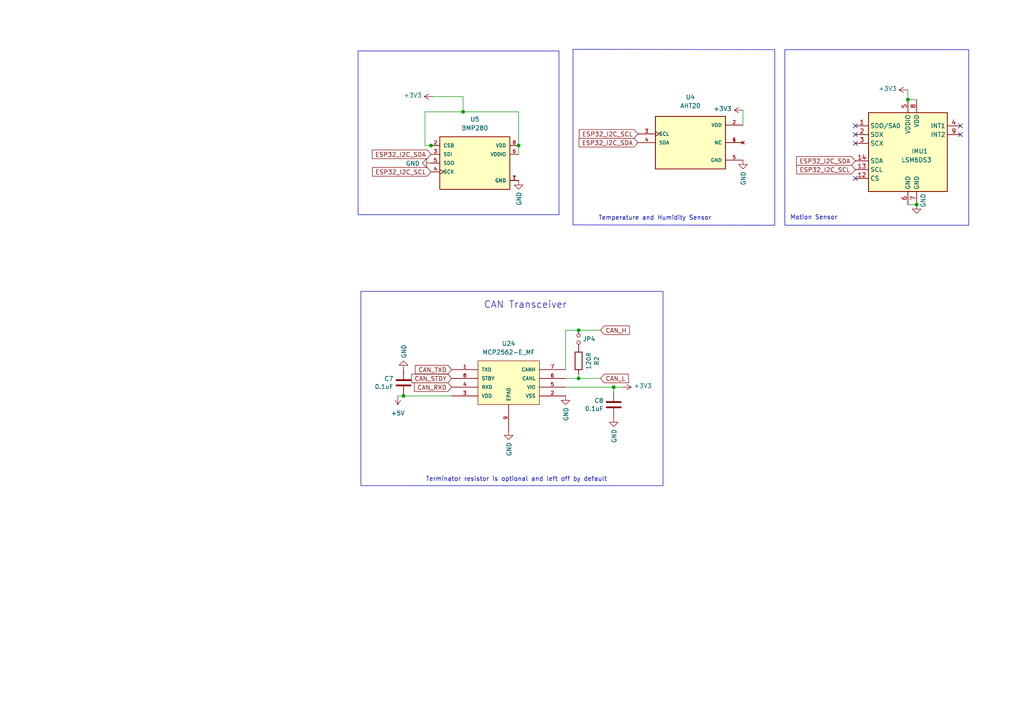
<source format=kicad_sch>
(kicad_sch (version 20230121) (generator eeschema)
  (paper "A4")
  (title_block (title "OPEN ECU") (date "2023-12-14") (rev "12-2023") (company "WWW.AEONLABS.SCIENCE") (comment 1 "https://github.com/aeonSolutions/AeonLabs-AI-Volvo-MKII-Open-Hardware") (comment 2 "Creative Commons Share alike non commercial"))
  (lib_symbols
    (symbol "AeonLabs_Automotive:MCP2562-E_MF" (pin_names (offset 1.016))
      (property "Reference" "U" (at 7.62 0 0))
      (property "Value" "MCP2562-E_MF" (at 13.97 0 0))
      (symbol "MCP2562-E_MF_0_0"
        (rectangle (start 7.62 -12.7) (end 25.4 0) (stroke (width 0.1524)) (fill (type background)))
        (pin input line (at 0 -2.54 0) (length 7.62) (name "TXD") (number "1"))
        (pin power_in line (at 33.02 -10.16 180) (length 7.62) (name "VSS") (number "2"))
        (pin power_in line (at 0 -10.16 0) (length 7.62) (name "VDD") (number "3"))
        (pin output line (at 0 -7.62 0) (length 7.62) (name "RXD") (number "4"))
        (pin power_in line (at 33.02 -7.62 180) (length 7.62) (name "VIO") (number "5"))
        (pin bidirectional line (at 33.02 -5.08 180) (length 7.62) (name "CANL") (number "6"))
        (pin bidirectional line (at 33.02 -2.54 180) (length 7.62) (name "CANH") (number "7"))
        (pin input line (at 0 -5.08 0) (length 7.62) (name "STBY") (number "8"))
        (pin passive line (at 16.51 -20.32 90) (length 7.62) (name "EPAD") (number "9"))
      )
    )
    (symbol "AeonLabs_Sensors:BMP280" (pin_names (offset 1.016))
      (property "Reference" "U" (at -10.1796 7.6347 0))
      (property "Value" "BMP280" (at -10.1693 -10.1693 0))
      (symbol "BMP280_0_0"
        (rectangle (start -10.16 -7.62) (end 10.16 7.62) (stroke (width 0.254)) (fill (type background)))
        (pin power_in line (at 12.7 -5.08 180) (length 2.54) (name "GND") (number "1"))
        (pin input line (at -12.7 5.08 0) (length 2.54) (name "CSB") (number "2"))
        (pin bidirectional line (at -12.7 2.54 0) (length 2.54) (name "SDI") (number "3"))
        (pin input clock (at -12.7 -2.54 0) (length 2.54) (name "SCK") (number "4"))
        (pin bidirectional line (at -12.7 0 0) (length 2.54) (name "SDO") (number "5"))
        (pin power_in line (at 12.7 2.54 180) (length 2.54) (name "VDDIO") (number "6"))
        (pin power_in line (at 12.7 -5.08 180) (length 2.54) (name "GND") (number "7"))
        (pin power_in line (at 12.7 5.08 180) (length 2.54) (name "VDD") (number "8"))
      )
    )
    (symbol "Device:C" (pin_numbers hide) (pin_names (offset 0.254))
      (property "Reference" "C" (at 0.635 2.54 0))
      (property "Value" "C" (at 0.635 -2.54 0))
      (symbol "C_0_1"
        (polyline (pts (xy -2.032 -0.762) (xy 2.032 -0.762)) (stroke (width 0.508)))
        (polyline (pts (xy -2.032 0.762) (xy 2.032 0.762)) (stroke (width 0.508)))
      )
      (symbol "C_1_1"
        (pin passive line (at 0 3.81 270) (length 2.794) (name "~") (number "1"))
        (pin passive line (at 0 -3.81 90) (length 2.794) (name "~") (number "2"))
      )
    )
    (symbol "Device:Jumper_NO_Small" (pin_numbers hide) (pin_names (offset 0.762) hide)
      (property "Reference" "JP" (at 0 2.032 0))
      (property "Value" "Device_Jumper_NO_Small" (at 0.254 -1.524 0))
      (symbol "Jumper_NO_Small_0_1"
        (circle (center -1.016 0) (radius 0.508))
        (circle (center 1.016 0) (radius 0.508))
        (pin passive line (at -2.54 0 0) (length 1.016) (name "1") (number "1"))
        (pin passive line (at 2.54 0 180) (length 1.016) (name "2") (number "2"))
      )
    )
    (symbol "Device:R" (pin_numbers hide) (pin_names (offset 0))
      (property "Reference" "R" (at 2.032 0 90))
      (property "Value" "R" (at 0 0 90))
      (symbol "R_0_1"
        (rectangle (start -1.016 -2.54) (end 1.016 2.54) (stroke (width 0.254)))
      )
      (symbol "R_1_1"
        (pin passive line (at 0 3.81 270) (length 1.27) (name "~") (number "1"))
        (pin passive line (at 0 -3.81 90) (length 1.27) (name "~") (number "2"))
      )
    )
    (symbol "Sensor:AHT20" (pin_names (offset 1.016))
      (property "Reference" "U" (at -10.16 8.509 0))
      (property "Value" "AHT20" (at -10.16 -10.16 0))
      (symbol "AHT20_0_0"
        (rectangle (start -10.16 -7.62) (end 10.16 7.62) (stroke (width 0.254)) (fill (type background)))
        (pin no_connect line (at 15.24 0 180) (length 5.08) (name "NC") (number "1"))
        (pin power_in line (at 15.24 5.08 180) (length 5.08) (name "VDD") (number "2"))
        (pin input clock (at -15.24 2.54 0) (length 5.08) (name "SCL") (number "3"))
        (pin bidirectional line (at -15.24 0 0) (length 5.08) (name "SDA") (number "4"))
        (pin power_in line (at 15.24 -5.08 180) (length 5.08) (name "GND") (number "5"))
        (pin no_connect line (at 15.24 0 180) (length 5.08) (name "NC") (number "6"))
      )
    )
    (symbol "Sensor_Motion:LSM6DS3"
      (property "Reference" "U" (at -11.43 15.24 0))
      (property "Value" "LSM6DS3" (at -11.43 12.7 0))
      (symbol "LSM6DS3_0_1"
        (rectangle (start 11.43 11.43) (end -11.43 -11.43) (stroke (width 0.254)) (fill (type background)))
      )
      (symbol "LSM6DS3_1_1"
        (pin bidirectional line (at -15.24 7.62 0) (length 3.81) (name "SDO/SA0") (number "1"))
        (pin no_connect line (at 10.16 -5.08 180) (length 3.81) hide (name "NC") (number "10"))
        (pin no_connect line (at 10.16 -2.54 180) (length 3.81) hide (name "NC") (number "11"))
        (pin input line (at -15.24 -7.62 0) (length 3.81) (name "CS") (number "12"))
        (pin input line (at -15.24 -5.08 0) (length 3.81) (name "SCL") (number "13"))
        (pin bidirectional line (at -15.24 -2.54 0) (length 3.81) (name "SDA") (number "14"))
        (pin bidirectional line (at -15.24 5.08 0) (length 3.81) (name "SDX") (number "2"))
        (pin input line (at -15.24 2.54 0) (length 3.81) (name "SCX") (number "3"))
        (pin output line (at 15.24 7.62 180) (length 3.81) (name "INT1") (number "4"))
        (pin power_in line (at 0 15.24 270) (length 3.81) (name "VDDIO") (number "5"))
        (pin power_in line (at 0 -15.24 90) (length 3.81) (name "GND") (number "6"))
        (pin power_in line (at 2.54 -15.24 90) (length 3.81) (name "GND") (number "7"))
        (pin power_in line (at 2.54 15.24 270) (length 3.81) (name "VDD") (number "8"))
        (pin output line (at 15.24 5.08 180) (length 3.81) (name "INT2") (number "9"))
      )
    )
    (symbol "power:+3V3" (power) (pin_names (offset 0))
      (property "Value" "+3V3" (at 0 3.556 0))
      (symbol "+3V3_0_1"
        (polyline (pts (xy -0.762 1.27) (xy 0 2.54)))
        (polyline (pts (xy 0 0) (xy 0 2.54)))
        (polyline (pts (xy 0 2.54) (xy 0.762 1.27)))
      )
      (symbol "+3V3_1_1"
        (pin power_in line (at 0 0 90) (length 0) hide (name "+3V3") (number "1"))
      )
    )
    (symbol "power:+5V" (power) (pin_names (offset 0))
      (property "Value" "+5V" (at 0 3.556 0))
      (symbol "+5V_0_1"
        (polyline (pts (xy -0.762 1.27) (xy 0 2.54)))
        (polyline (pts (xy 0 0) (xy 0 2.54)))
        (polyline (pts (xy 0 2.54) (xy 0.762 1.27)))
      )
      (symbol "+5V_1_1"
        (pin power_in line (at 0 0 90) (length 0) hide (name "+5V") (number "1"))
      )
    )
    (symbol "power:GND" (power) (pin_names (offset 0))
      (property "Value" "GND" (at 0 -3.81 0))
      (symbol "GND_0_1"
        (polyline (pts (xy 0 0) (xy 0 -1.27) (xy 1.27 -1.27) (xy 0 -2.54) (xy -1.27 -1.27) (xy 0 -1.27)))
      )
      (symbol "GND_1_1"
        (pin power_in line (at 0 0 270) (length 0) hide (name "GND") (number "1"))
      )
    )
  )
  (junction (at 117.0432 114.8334))
  (junction (at 167.8178 109.7534))
  (junction (at 167.8178 95.7834))
  (junction (at 265.8618 59.3598))
  (junction (at 150.4188 42.2148))
  (junction (at 134.3152 32.4358))
  (junction (at 178.0032 112.2934))
  (junction (at 125.0188 42.2148))
  (junction (at 263.3218 28.8798))
  (no_connect (at 248.0818 51.7398))
  (no_connect (at 248.0818 36.4998))
  (no_connect (at 278.5618 36.4998))
  (no_connect (at 248.0818 41.5798))
  (no_connect (at 278.5618 39.0398))
  (no_connect (at 248.0818 39.0398))
  (polyline (pts (xy 227.6348 65.3288) (xy 227.6348 14.4018)))
  (wire (pts (xy 115.3922 114.8334) (xy 117.0432 114.8334)))
  (wire (pts (xy 134.3152 32.4358) (xy 150.4188 32.4358)))
  (wire (pts (xy 164.0332 95.7834) (xy 164.0332 107.2134)))
  (wire (pts (xy 215.4936 31.9278) (xy 215.4936 36.2966)))
  (wire (pts (xy 265.8618 28.8798) (xy 263.3218 28.8798)))
  (wire (pts (xy 265.8618 59.3598) (xy 263.3218 59.3598)))
  (polyline (pts (xy 227.6348 14.4018) (xy 280.9748 14.4018)))
  (wire (pts (xy 164.0332 109.7534) (xy 167.8178 109.7534)))
  (wire (pts (xy 123.2662 42.2148) (xy 123.2662 32.4358)))
  (wire (pts (xy 164.0332 95.7834) (xy 167.8178 95.7834)))
  (wire (pts (xy 125.0442 42.2148) (xy 125.0188 42.2148)))
  (wire (pts (xy 123.2662 32.4358) (xy 134.3152 32.4358)))
  (wire (pts (xy 167.8178 108.4834) (xy 167.8178 109.7534)))
  (polyline (pts (xy 166.1922 14.3002) (xy 224.7138 14.4018)))
  (wire (pts (xy 164.0332 112.2934) (xy 178.0032 112.2934)))
  (wire (pts (xy 150.4188 32.4358) (xy 150.4188 42.2148)))
  (wire (pts (xy 125.603 28.0162) (xy 134.3152 28.0162)))
  (wire (pts (xy 134.3152 28.0162) (xy 134.3152 32.4358)))
  (wire (pts (xy 117.0432 114.8334) (xy 131.0132 114.8334)))
  (wire (pts (xy 167.8178 109.7534) (xy 174.1678 109.7534)))
  (wire (pts (xy 150.4188 42.2148) (xy 150.4188 44.7548)))
  (polyline (pts (xy 166.1922 65.2272) (xy 166.1922 14.3002)))
  (wire (pts (xy 178.0032 113.5634) (xy 178.0032 112.2934)))
  (polyline (pts (xy 166.1922 65.2272) (xy 224.7138 65.3288)))
  (wire (pts (xy 167.8178 95.7834) (xy 174.1678 95.7834)))
  (polyline (pts (xy 227.6348 65.3288) (xy 280.9748 65.3288)))
  (wire (pts (xy 263.3218 26.0858) (xy 263.3218 28.8798)))
  (wire (pts (xy 123.2662 42.2148) (xy 125.0188 42.2148)))
  (polyline (pts (xy 280.9748 14.4018) (xy 280.9748 65.3288)))
  (wire (pts (xy 180.5432 112.2934) (xy 178.0032 112.2934)))
  (polyline (pts (xy 224.7138 14.4018) (xy 224.7138 65.3288)))
  (rectangle (start 104.6734 84.5058) (end 192.3034 140.8684))
  (rectangle (start 103.8606 14.7828) (end 162.1282 62.2808))
  (text "Temperature and Humidity Sensor" (at 173.5328 64.0588 0) (effects (font (size 1.27 1.27)) (justify left bottom)))
  (text "Terminator resistor is optional and left off by default" (at 123.4694 139.8016 0) (effects (font (size 1.27 1.27)) (justify left bottom)))
  (text "CAN Transceiver" (at 140.2842 89.6874 0) (effects (font (size 1.9812 1.9812)) (justify left bottom)))
  (text "Motion Sensor" (at 229.1588 63.9318 0) (effects (font (size 1.27 1.27)) (justify left bottom)))
  (global_label "ESP32_I2C_SDA" (shape input) (at 125.0188 44.7548 180) (property "Intersheetrefs" "${INTERSHEET_REFS}" (effects hide)))
  (global_label "CAN_L" (shape input) (at 174.1678 109.7534 0) (property "Intersheetrefs" "${INTERSHEET_REFS}" (effects hide)))
  (global_label "ESP32_I2C_SCL" (shape input) (at 125.0188 49.8348 180) (property "Intersheetrefs" "${INTERSHEET_REFS}" (effects hide)))
  (global_label "CAN_TXD" (shape input) (at 131.0132 107.2134 180) (property "Intersheetrefs" "${INTERSHEET_REFS}" (effects hide)))
  (global_label "CAN_RXD" (shape input) (at 131.0132 112.2934 180) (property "Intersheetrefs" "${INTERSHEET_REFS}" (effects hide)))
  (global_label "ESP32_I2C_SDA" (shape input) (at 248.0818 46.6598 180) (property "Intersheetrefs" "${INTERSHEET_REFS}" (effects hide)))
  (global_label "ESP32_I2C_SDA" (shape input) (at 185.0136 41.3766 180) (property "Intersheetrefs" "${INTERSHEET_REFS}" (effects hide)))
  (global_label "CAN_H" (shape input) (at 174.1678 95.7834 0) (property "Intersheetrefs" "${INTERSHEET_REFS}" (effects hide)))
  (global_label "CAN_STDY" (shape input) (at 131.0132 109.7534 180) (property "Intersheetrefs" "${INTERSHEET_REFS}" (effects hide)))
  (global_label "ESP32_I2C_SCL" (shape input) (at 248.0818 49.1998 180) (property "Intersheetrefs" "${INTERSHEET_REFS}" (effects hide)))
  (global_label "ESP32_I2C_SCL" (shape input) (at 185.0136 38.8366 180) (property "Intersheetrefs" "${INTERSHEET_REFS}" (effects hide)))
  (symbol (lib_id "AeonLabs_Automotive:MCP2562-E_MF") (at 131.0132 104.6734 0) (unit 1)
    (property "Reference" "U24" (at 147.5232 99.6442 0))
    (property "Value" "MCP2562-E_MF" (at 147.5232 102.1842 0))
    (property "Footprint" "AeonLabs_Automotive:MCP2562 DFN" (effects hide))
    (property "MF" "Microchip" (effects hide))
    (property "VENDOR" "DIGIKEY" (effects hide))
    (property "Description" "\nCAN Tranceiver8 DFN 3x3x0.9mm TUBE | Microchip Technology Inc. MCP2562-E/MF\n" (effects hide))
    (property "Package" "DFN-8 Microchip Technology" (effects hide))
    (property "Price" "None" (effects hide))
    (property "DATASHEET" "MCP2562T-E/MFCT-ND" (effects hide))
    (property "PART_NUMBER" "MCP2562T-E/MFCT-ND" (effects hide))
    (property "SnapEDA_Link" "https://www.snapeda.com/parts/MCP2562-E/MF/Microchip/view-part/?ref=snap" (effects hide))
    (property "MP" "MCP2562-E/MF" (effects hide))
    (property "Purchase-URL" "https://www.snapeda.com/api/url_track_click_mouser/?unipart_id=546891&manufacturer=Microchip&part_name=MCP2562-E/MF&search_term=None" (effects hide))
    (property "Availability" "In Stock" (effects hide))
    (property "Check_prices" "https://www.snapeda.com/parts/MCP2562-E/MF/Microchip/view-part/?ref=eda" (effects hide))
  )
  (symbol (lib_id "power:GND") (at 178.0032 121.1834 0) (unit 1)
    (property "Reference" "#PWR0256" (effects hide))
    (property "Value" "GND" (at 178.1302 124.4346 90) (effects (justify right)))
  )
  (symbol (lib_id "power:+3V3") (at 180.5432 112.2934 270) (mirror x) (unit 1)
    (property "Reference" "#PWR0254" (effects hide))
    (property "Value" "+3V3" (at 183.7944 111.9124 90) (effects (justify left)))
  )
  (symbol (lib_id "power:GND") (at 147.5232 124.9934 0) (unit 1)
    (property "Reference" "#PWR0252" (effects hide))
    (property "Value" "GND" (at 147.6502 128.2446 90) (effects (justify right)))
  )
  (symbol (lib_id "power:+5V") (at 115.3922 114.8334 180) (unit 1)
    (property "Reference" "#PWR0255" (effects hide))
    (property "Value" "+5V" (at 115.3922 119.8372 0))
  )
  (symbol (lib_id "power:+3V3") (at 215.4936 31.9278 90) (unit 1)
    (property "Reference" "#PWR096" (effects hide))
    (property "Value" "+3V3" (at 212.2424 31.5468 90) (effects (justify left)))
  )
  (symbol (lib_id "power:GND") (at 125.0188 47.2948 270) (unit 1)
    (property "Reference" "#PWR091" (effects hide))
    (property "Value" "GND" (at 121.7676 47.4218 90) (effects (justify right)))
  )
  (symbol (lib_id "power:GND") (at 117.0432 107.2134 0) (mirror x) (unit 1)
    (property "Reference" "#PWR0253" (effects hide))
    (property "Value" "GND" (at 117.1702 103.9622 90) (effects (justify right)))
  )
  (symbol (lib_id "Device:Jumper_NO_Small") (at 167.8178 98.3234 270) (unit 1)
    (property "Reference" "JP4" (at 169.037 98.3234 90) (effects (justify left)))
    (property "Value" "Jumper_NO_Small" (effects hide))
    (property "Footprint" "Jumper:SolderJumper-2_P1.3mm_Open_Pad1.0x1.5mm" (effects hide))
  )
  (symbol (lib_id "Device:R") (at 167.8178 104.6734 180) (unit 1)
    (property "Reference" "R2" (at 173.0756 104.6734 90))
    (property "Value" "120R" (at 170.7642 104.6734 90))
    (property "Footprint" "Resistor_SMD:R_0805_2012Metric" (effects hide))
    (property "Manufacturer_Name" "Yageo" (effects hide))
    (property "Manufacturer_Part_Number" "RC0805FR-07120RL" (effects hide))
    (property "URL" "https://www.digikey.com/products/en?keywords=311-120CRCT-ND" (effects hide))
    (property "Digikey Part Number" "311-120CRCT-ND" (effects hide))
  )
  (symbol (lib_id "Sensor_Motion:LSM6DS3") (at 263.3218 44.1198 0) (unit 1)
    (property "Reference" "IMU1" (at 264.3378 43.8658 0) (effects (justify left)))
    (property "Value" "LSM6DS3" (at 261.4168 46.4058 0) (effects (justify left)))
    (property "Footprint" "AeonLabs_Sensors:LSM6DS3 Motion Sensor PQFN50P300X250X86-14N" (effects hide))
    (property "Datasheet" "www.st.com/resource/en/datasheet/lsm6ds3.pdf" (effects hide))
    (instances (project "LDAD_ATOM _PRO _LCD _ABS_Enclosure_52x48_16bit" (path "" (reference "IMU1") (unit 1))) (project "OEM_ECU" (path "" (reference "IMU2") (unit 1))))
  )
  (symbol (lib_id "power:GND") (at 215.4936 46.4566 0) (unit 1)
    (property "Reference" "#PWR093" (effects hide))
    (property "Value" "GND" (at 215.6206 49.7078 90) (effects (justify right)))
  )
  (symbol (lib_id "power:GND") (at 150.4188 52.3748 0) (unit 1)
    (property "Reference" "#PWR090" (effects hide))
    (property "Value" "GND" (at 150.5458 55.626 90) (effects (justify right)))
  )
  (symbol (lib_id "power:+3V3") (at 263.3218 26.0858 90) (unit 1)
    (property "Reference" "#PWR095" (effects hide))
    (property "Value" "+3V3" (at 260.0706 25.7048 90) (effects (justify left)))
  )
  (symbol (lib_id "Device:C") (at 117.0432 111.0234 0) (mirror y) (unit 1)
    (property "Reference" "C7" (at 114.1222 109.855 0) (effects (justify left)))
    (property "Value" "0.1uF" (at 114.1222 112.1664 0) (effects (justify left)))
    (property "Footprint" "Capacitor_SMD:C_0805_2012Metric" (effects hide))
    (property "Digikey Part Number" "311-1140-1-ND" (effects hide))
    (property "Manufacturer_Name" "Yageo" (effects hide))
    (property "Manufacturer_Part_Number" "CC0805KRX7R9BB104" (effects hide))
    (property "URL" "https://www.digikey.com.au/product-detail/en/yageo/CC0805KRX7R9BB104/311-1140-1-ND/303050" (effects hide))
  )
  (symbol (lib_id "power:GND") (at 265.8618 59.3598 0) (unit 1)
    (property "Reference" "#PWR094" (effects hide))
    (property "Value" "GND" (at 267.7668 56.1086 90) (effects (justify right)))
  )
  (symbol (lib_id "power:+3V3") (at 125.603 28.0162 90) (unit 1)
    (property "Reference" "#PWR097" (effects hide))
    (property "Value" "+3V3" (at 122.3518 27.6352 90) (effects (justify left)))
  )
  (symbol (lib_id "Device:C") (at 178.0032 117.3734 0) (mirror y) (unit 1)
    (property "Reference" "C8" (at 175.0822 116.205 0) (effects (justify left)))
    (property "Value" "0.1uF" (at 175.0822 118.5164 0) (effects (justify left)))
    (property "Footprint" "Capacitor_SMD:C_0805_2012Metric" (effects hide))
    (property "Digikey Part Number" "311-1140-1-ND" (effects hide))
    (property "Manufacturer_Name" "Yageo" (effects hide))
    (property "Manufacturer_Part_Number" "CC0805KRX7R9BB104" (effects hide))
    (property "URL" "https://www.digikey.com.au/product-detail/en/yageo/CC0805KRX7R9BB104/311-1140-1-ND/303050" (effects hide))
  )
  (symbol (lib_id "power:GND") (at 164.0332 114.8334 0) (unit 1)
    (property "Reference" "#PWR0251" (effects hide))
    (property "Value" "GND" (at 164.1602 118.0846 90) (effects (justify right)))
  )
  (symbol (lib_id "AeonLabs_Sensors:BMP280") (at 137.7188 47.2948 0) (unit 1)
    (property "Reference" "U5" (at 137.7188 34.5948 0))
    (property "Value" "BMP280" (at 137.7188 37.1348 0))
    (property "Footprint" "AeonLabs_Sensors:XDCR_BMP280" (effects hide))
    (property "MF" "Bosch" (effects hide))
    (property "Description" "\nPressure Sensor 4.35PSI ~ 15.95PSI (30kPa ~ 110kPa) Absolute - 16b 8-SMD\n" (effects hide))
    (property "Package" "SMD-8 Bosch Sensortec" (effects hide))
    (property "Price" "None" (effects hide))
    (property "Check_prices" "https://www.snapeda.com/parts/BMP280/Bosch+Sensortec/view-part/?ref=eda" (effects hide))
    (property "PART_REV" "1.19" (effects hide))
    (property "STANDARD" "MANUFACTURER RECOMMENDATIONS" (effects hide))
    (property "SnapEDA_Link" "https://www.snapeda.com/parts/BMP280/Bosch+Sensortec/view-part/?ref=snap" (effects hide))
    (property "MP" "BMP280" (effects hide))
    (property "Purchase-URL" "https://pricing.snapeda.com/search?q=BMP280&ref=eda" (effects hide))
    (property "Availability" "In Stock" (effects hide))
    (property "MANUFACTURER" "Bosch" (effects hide))
    (instances (project "LK-S35 Some & Fire Monitor Device" (path "" (reference "U5") (unit 1))) (project "LDAD_ATOM _PRO _LCD _ABS_Enclosure_52x48_16bit" (path "" (reference "U7") (unit 1))) (project "OEM_ECU" (path "" (reference "U9") (unit 1))))
  )
  (symbol (lib_id "Sensor:AHT20") (at 200.2536 41.3766 0) (unit 1)
    (property "Reference" "U4" (at 200.2536 28.1686 0))
    (property "Value" "AHT20" (at 200.2536 30.7086 0))
    (property "Footprint" "AeonLabs_Sensors:AHT20 PSON100P300X300X110-6N" (effects hide))
    (property "STANDARD" "IPC 7351B" (effects hide))
    (property "MAXIMUM_PACKAGE_HEIGHT" "1.1mm" (effects hide))
    (property "PARTREV" "V1.0" (effects hide))
    (property "MANUFACTURER" "Asair" (effects hide))
    (instances (project "LDAD_ATOM _PRO _LCD _ABS_Enclosure_52x48_16bit" (path "" (reference "U4") (unit 1))) (project "OEM_ECU" (path "" (reference "U21") (unit 1))))
  )
)
</source>
